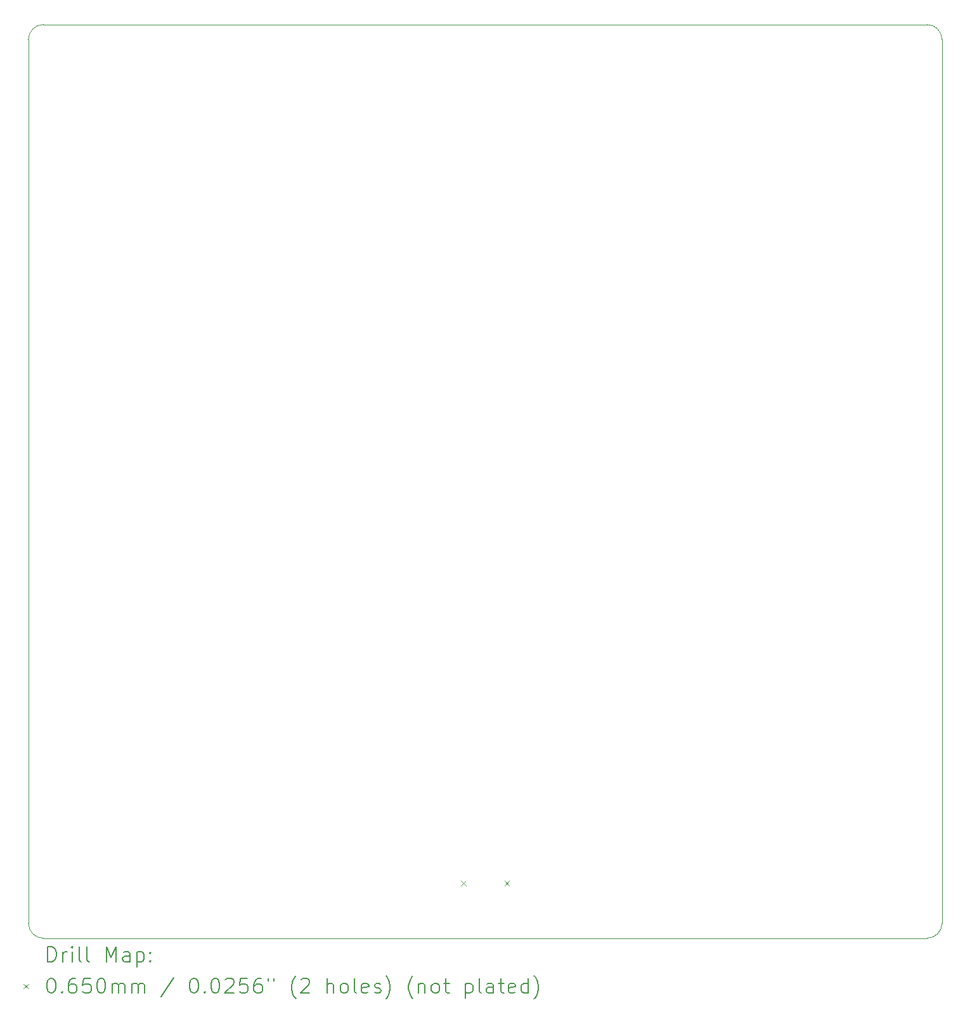
<source format=gbr>
%TF.GenerationSoftware,KiCad,Pcbnew,8.0.7*%
%TF.CreationDate,2025-01-21T13:47:47+01:00*%
%TF.ProjectId,motordriver,6d6f746f-7264-4726-9976-65722e6b6963,rev?*%
%TF.SameCoordinates,Original*%
%TF.FileFunction,Drillmap*%
%TF.FilePolarity,Positive*%
%FSLAX45Y45*%
G04 Gerber Fmt 4.5, Leading zero omitted, Abs format (unit mm)*
G04 Created by KiCad (PCBNEW 8.0.7) date 2025-01-21 13:47:47*
%MOMM*%
%LPD*%
G01*
G04 APERTURE LIST*
%ADD10C,0.050000*%
%ADD11C,0.200000*%
%ADD12C,0.100000*%
G04 APERTURE END LIST*
D10*
X21502750Y-3100000D02*
X21502750Y-14900000D01*
X9502750Y-2900000D02*
X21302750Y-2900000D01*
X21302750Y-2900000D02*
G75*
G02*
X21502750Y-3100000I0J-200000D01*
G01*
X9302750Y-3100000D02*
G75*
G02*
X9502750Y-2900000I200000J0D01*
G01*
X9502750Y-15100000D02*
G75*
G02*
X9302750Y-14900000I0J200000D01*
G01*
X9302750Y-14900000D02*
X9302750Y-3100000D01*
X21302750Y-15100000D02*
X9502750Y-15100000D01*
X21502750Y-14900000D02*
G75*
G02*
X21302750Y-15100000I-200000J0D01*
G01*
D11*
D12*
X15081250Y-14334500D02*
X15146250Y-14399500D01*
X15146250Y-14334500D02*
X15081250Y-14399500D01*
X15659250Y-14334500D02*
X15724250Y-14399500D01*
X15724250Y-14334500D02*
X15659250Y-14399500D01*
D11*
X9561027Y-15413984D02*
X9561027Y-15213984D01*
X9561027Y-15213984D02*
X9608646Y-15213984D01*
X9608646Y-15213984D02*
X9637217Y-15223508D01*
X9637217Y-15223508D02*
X9656265Y-15242555D01*
X9656265Y-15242555D02*
X9665789Y-15261603D01*
X9665789Y-15261603D02*
X9675313Y-15299698D01*
X9675313Y-15299698D02*
X9675313Y-15328269D01*
X9675313Y-15328269D02*
X9665789Y-15366365D01*
X9665789Y-15366365D02*
X9656265Y-15385412D01*
X9656265Y-15385412D02*
X9637217Y-15404460D01*
X9637217Y-15404460D02*
X9608646Y-15413984D01*
X9608646Y-15413984D02*
X9561027Y-15413984D01*
X9761027Y-15413984D02*
X9761027Y-15280650D01*
X9761027Y-15318746D02*
X9770551Y-15299698D01*
X9770551Y-15299698D02*
X9780075Y-15290174D01*
X9780075Y-15290174D02*
X9799122Y-15280650D01*
X9799122Y-15280650D02*
X9818170Y-15280650D01*
X9884836Y-15413984D02*
X9884836Y-15280650D01*
X9884836Y-15213984D02*
X9875313Y-15223508D01*
X9875313Y-15223508D02*
X9884836Y-15233031D01*
X9884836Y-15233031D02*
X9894360Y-15223508D01*
X9894360Y-15223508D02*
X9884836Y-15213984D01*
X9884836Y-15213984D02*
X9884836Y-15233031D01*
X10008646Y-15413984D02*
X9989598Y-15404460D01*
X9989598Y-15404460D02*
X9980075Y-15385412D01*
X9980075Y-15385412D02*
X9980075Y-15213984D01*
X10113408Y-15413984D02*
X10094360Y-15404460D01*
X10094360Y-15404460D02*
X10084836Y-15385412D01*
X10084836Y-15385412D02*
X10084836Y-15213984D01*
X10341979Y-15413984D02*
X10341979Y-15213984D01*
X10341979Y-15213984D02*
X10408646Y-15356841D01*
X10408646Y-15356841D02*
X10475313Y-15213984D01*
X10475313Y-15213984D02*
X10475313Y-15413984D01*
X10656265Y-15413984D02*
X10656265Y-15309222D01*
X10656265Y-15309222D02*
X10646741Y-15290174D01*
X10646741Y-15290174D02*
X10627694Y-15280650D01*
X10627694Y-15280650D02*
X10589598Y-15280650D01*
X10589598Y-15280650D02*
X10570551Y-15290174D01*
X10656265Y-15404460D02*
X10637217Y-15413984D01*
X10637217Y-15413984D02*
X10589598Y-15413984D01*
X10589598Y-15413984D02*
X10570551Y-15404460D01*
X10570551Y-15404460D02*
X10561027Y-15385412D01*
X10561027Y-15385412D02*
X10561027Y-15366365D01*
X10561027Y-15366365D02*
X10570551Y-15347317D01*
X10570551Y-15347317D02*
X10589598Y-15337793D01*
X10589598Y-15337793D02*
X10637217Y-15337793D01*
X10637217Y-15337793D02*
X10656265Y-15328269D01*
X10751503Y-15280650D02*
X10751503Y-15480650D01*
X10751503Y-15290174D02*
X10770551Y-15280650D01*
X10770551Y-15280650D02*
X10808646Y-15280650D01*
X10808646Y-15280650D02*
X10827694Y-15290174D01*
X10827694Y-15290174D02*
X10837217Y-15299698D01*
X10837217Y-15299698D02*
X10846741Y-15318746D01*
X10846741Y-15318746D02*
X10846741Y-15375888D01*
X10846741Y-15375888D02*
X10837217Y-15394936D01*
X10837217Y-15394936D02*
X10827694Y-15404460D01*
X10827694Y-15404460D02*
X10808646Y-15413984D01*
X10808646Y-15413984D02*
X10770551Y-15413984D01*
X10770551Y-15413984D02*
X10751503Y-15404460D01*
X10932456Y-15394936D02*
X10941979Y-15404460D01*
X10941979Y-15404460D02*
X10932456Y-15413984D01*
X10932456Y-15413984D02*
X10922932Y-15404460D01*
X10922932Y-15404460D02*
X10932456Y-15394936D01*
X10932456Y-15394936D02*
X10932456Y-15413984D01*
X10932456Y-15290174D02*
X10941979Y-15299698D01*
X10941979Y-15299698D02*
X10932456Y-15309222D01*
X10932456Y-15309222D02*
X10922932Y-15299698D01*
X10922932Y-15299698D02*
X10932456Y-15290174D01*
X10932456Y-15290174D02*
X10932456Y-15309222D01*
D12*
X9235250Y-15710000D02*
X9300250Y-15775000D01*
X9300250Y-15710000D02*
X9235250Y-15775000D01*
D11*
X9599122Y-15633984D02*
X9618170Y-15633984D01*
X9618170Y-15633984D02*
X9637217Y-15643508D01*
X9637217Y-15643508D02*
X9646741Y-15653031D01*
X9646741Y-15653031D02*
X9656265Y-15672079D01*
X9656265Y-15672079D02*
X9665789Y-15710174D01*
X9665789Y-15710174D02*
X9665789Y-15757793D01*
X9665789Y-15757793D02*
X9656265Y-15795888D01*
X9656265Y-15795888D02*
X9646741Y-15814936D01*
X9646741Y-15814936D02*
X9637217Y-15824460D01*
X9637217Y-15824460D02*
X9618170Y-15833984D01*
X9618170Y-15833984D02*
X9599122Y-15833984D01*
X9599122Y-15833984D02*
X9580075Y-15824460D01*
X9580075Y-15824460D02*
X9570551Y-15814936D01*
X9570551Y-15814936D02*
X9561027Y-15795888D01*
X9561027Y-15795888D02*
X9551503Y-15757793D01*
X9551503Y-15757793D02*
X9551503Y-15710174D01*
X9551503Y-15710174D02*
X9561027Y-15672079D01*
X9561027Y-15672079D02*
X9570551Y-15653031D01*
X9570551Y-15653031D02*
X9580075Y-15643508D01*
X9580075Y-15643508D02*
X9599122Y-15633984D01*
X9751503Y-15814936D02*
X9761027Y-15824460D01*
X9761027Y-15824460D02*
X9751503Y-15833984D01*
X9751503Y-15833984D02*
X9741979Y-15824460D01*
X9741979Y-15824460D02*
X9751503Y-15814936D01*
X9751503Y-15814936D02*
X9751503Y-15833984D01*
X9932456Y-15633984D02*
X9894360Y-15633984D01*
X9894360Y-15633984D02*
X9875313Y-15643508D01*
X9875313Y-15643508D02*
X9865789Y-15653031D01*
X9865789Y-15653031D02*
X9846741Y-15681603D01*
X9846741Y-15681603D02*
X9837217Y-15719698D01*
X9837217Y-15719698D02*
X9837217Y-15795888D01*
X9837217Y-15795888D02*
X9846741Y-15814936D01*
X9846741Y-15814936D02*
X9856265Y-15824460D01*
X9856265Y-15824460D02*
X9875313Y-15833984D01*
X9875313Y-15833984D02*
X9913408Y-15833984D01*
X9913408Y-15833984D02*
X9932456Y-15824460D01*
X9932456Y-15824460D02*
X9941979Y-15814936D01*
X9941979Y-15814936D02*
X9951503Y-15795888D01*
X9951503Y-15795888D02*
X9951503Y-15748269D01*
X9951503Y-15748269D02*
X9941979Y-15729222D01*
X9941979Y-15729222D02*
X9932456Y-15719698D01*
X9932456Y-15719698D02*
X9913408Y-15710174D01*
X9913408Y-15710174D02*
X9875313Y-15710174D01*
X9875313Y-15710174D02*
X9856265Y-15719698D01*
X9856265Y-15719698D02*
X9846741Y-15729222D01*
X9846741Y-15729222D02*
X9837217Y-15748269D01*
X10132456Y-15633984D02*
X10037217Y-15633984D01*
X10037217Y-15633984D02*
X10027694Y-15729222D01*
X10027694Y-15729222D02*
X10037217Y-15719698D01*
X10037217Y-15719698D02*
X10056265Y-15710174D01*
X10056265Y-15710174D02*
X10103884Y-15710174D01*
X10103884Y-15710174D02*
X10122932Y-15719698D01*
X10122932Y-15719698D02*
X10132456Y-15729222D01*
X10132456Y-15729222D02*
X10141979Y-15748269D01*
X10141979Y-15748269D02*
X10141979Y-15795888D01*
X10141979Y-15795888D02*
X10132456Y-15814936D01*
X10132456Y-15814936D02*
X10122932Y-15824460D01*
X10122932Y-15824460D02*
X10103884Y-15833984D01*
X10103884Y-15833984D02*
X10056265Y-15833984D01*
X10056265Y-15833984D02*
X10037217Y-15824460D01*
X10037217Y-15824460D02*
X10027694Y-15814936D01*
X10265789Y-15633984D02*
X10284837Y-15633984D01*
X10284837Y-15633984D02*
X10303884Y-15643508D01*
X10303884Y-15643508D02*
X10313408Y-15653031D01*
X10313408Y-15653031D02*
X10322932Y-15672079D01*
X10322932Y-15672079D02*
X10332456Y-15710174D01*
X10332456Y-15710174D02*
X10332456Y-15757793D01*
X10332456Y-15757793D02*
X10322932Y-15795888D01*
X10322932Y-15795888D02*
X10313408Y-15814936D01*
X10313408Y-15814936D02*
X10303884Y-15824460D01*
X10303884Y-15824460D02*
X10284837Y-15833984D01*
X10284837Y-15833984D02*
X10265789Y-15833984D01*
X10265789Y-15833984D02*
X10246741Y-15824460D01*
X10246741Y-15824460D02*
X10237217Y-15814936D01*
X10237217Y-15814936D02*
X10227694Y-15795888D01*
X10227694Y-15795888D02*
X10218170Y-15757793D01*
X10218170Y-15757793D02*
X10218170Y-15710174D01*
X10218170Y-15710174D02*
X10227694Y-15672079D01*
X10227694Y-15672079D02*
X10237217Y-15653031D01*
X10237217Y-15653031D02*
X10246741Y-15643508D01*
X10246741Y-15643508D02*
X10265789Y-15633984D01*
X10418170Y-15833984D02*
X10418170Y-15700650D01*
X10418170Y-15719698D02*
X10427694Y-15710174D01*
X10427694Y-15710174D02*
X10446741Y-15700650D01*
X10446741Y-15700650D02*
X10475313Y-15700650D01*
X10475313Y-15700650D02*
X10494360Y-15710174D01*
X10494360Y-15710174D02*
X10503884Y-15729222D01*
X10503884Y-15729222D02*
X10503884Y-15833984D01*
X10503884Y-15729222D02*
X10513408Y-15710174D01*
X10513408Y-15710174D02*
X10532456Y-15700650D01*
X10532456Y-15700650D02*
X10561027Y-15700650D01*
X10561027Y-15700650D02*
X10580075Y-15710174D01*
X10580075Y-15710174D02*
X10589598Y-15729222D01*
X10589598Y-15729222D02*
X10589598Y-15833984D01*
X10684837Y-15833984D02*
X10684837Y-15700650D01*
X10684837Y-15719698D02*
X10694360Y-15710174D01*
X10694360Y-15710174D02*
X10713408Y-15700650D01*
X10713408Y-15700650D02*
X10741979Y-15700650D01*
X10741979Y-15700650D02*
X10761027Y-15710174D01*
X10761027Y-15710174D02*
X10770551Y-15729222D01*
X10770551Y-15729222D02*
X10770551Y-15833984D01*
X10770551Y-15729222D02*
X10780075Y-15710174D01*
X10780075Y-15710174D02*
X10799122Y-15700650D01*
X10799122Y-15700650D02*
X10827694Y-15700650D01*
X10827694Y-15700650D02*
X10846741Y-15710174D01*
X10846741Y-15710174D02*
X10856265Y-15729222D01*
X10856265Y-15729222D02*
X10856265Y-15833984D01*
X11246741Y-15624460D02*
X11075313Y-15881603D01*
X11503884Y-15633984D02*
X11522932Y-15633984D01*
X11522932Y-15633984D02*
X11541979Y-15643508D01*
X11541979Y-15643508D02*
X11551503Y-15653031D01*
X11551503Y-15653031D02*
X11561027Y-15672079D01*
X11561027Y-15672079D02*
X11570551Y-15710174D01*
X11570551Y-15710174D02*
X11570551Y-15757793D01*
X11570551Y-15757793D02*
X11561027Y-15795888D01*
X11561027Y-15795888D02*
X11551503Y-15814936D01*
X11551503Y-15814936D02*
X11541979Y-15824460D01*
X11541979Y-15824460D02*
X11522932Y-15833984D01*
X11522932Y-15833984D02*
X11503884Y-15833984D01*
X11503884Y-15833984D02*
X11484837Y-15824460D01*
X11484837Y-15824460D02*
X11475313Y-15814936D01*
X11475313Y-15814936D02*
X11465789Y-15795888D01*
X11465789Y-15795888D02*
X11456265Y-15757793D01*
X11456265Y-15757793D02*
X11456265Y-15710174D01*
X11456265Y-15710174D02*
X11465789Y-15672079D01*
X11465789Y-15672079D02*
X11475313Y-15653031D01*
X11475313Y-15653031D02*
X11484837Y-15643508D01*
X11484837Y-15643508D02*
X11503884Y-15633984D01*
X11656265Y-15814936D02*
X11665789Y-15824460D01*
X11665789Y-15824460D02*
X11656265Y-15833984D01*
X11656265Y-15833984D02*
X11646741Y-15824460D01*
X11646741Y-15824460D02*
X11656265Y-15814936D01*
X11656265Y-15814936D02*
X11656265Y-15833984D01*
X11789598Y-15633984D02*
X11808646Y-15633984D01*
X11808646Y-15633984D02*
X11827694Y-15643508D01*
X11827694Y-15643508D02*
X11837218Y-15653031D01*
X11837218Y-15653031D02*
X11846741Y-15672079D01*
X11846741Y-15672079D02*
X11856265Y-15710174D01*
X11856265Y-15710174D02*
X11856265Y-15757793D01*
X11856265Y-15757793D02*
X11846741Y-15795888D01*
X11846741Y-15795888D02*
X11837218Y-15814936D01*
X11837218Y-15814936D02*
X11827694Y-15824460D01*
X11827694Y-15824460D02*
X11808646Y-15833984D01*
X11808646Y-15833984D02*
X11789598Y-15833984D01*
X11789598Y-15833984D02*
X11770551Y-15824460D01*
X11770551Y-15824460D02*
X11761027Y-15814936D01*
X11761027Y-15814936D02*
X11751503Y-15795888D01*
X11751503Y-15795888D02*
X11741979Y-15757793D01*
X11741979Y-15757793D02*
X11741979Y-15710174D01*
X11741979Y-15710174D02*
X11751503Y-15672079D01*
X11751503Y-15672079D02*
X11761027Y-15653031D01*
X11761027Y-15653031D02*
X11770551Y-15643508D01*
X11770551Y-15643508D02*
X11789598Y-15633984D01*
X11932456Y-15653031D02*
X11941979Y-15643508D01*
X11941979Y-15643508D02*
X11961027Y-15633984D01*
X11961027Y-15633984D02*
X12008646Y-15633984D01*
X12008646Y-15633984D02*
X12027694Y-15643508D01*
X12027694Y-15643508D02*
X12037218Y-15653031D01*
X12037218Y-15653031D02*
X12046741Y-15672079D01*
X12046741Y-15672079D02*
X12046741Y-15691127D01*
X12046741Y-15691127D02*
X12037218Y-15719698D01*
X12037218Y-15719698D02*
X11922932Y-15833984D01*
X11922932Y-15833984D02*
X12046741Y-15833984D01*
X12227694Y-15633984D02*
X12132456Y-15633984D01*
X12132456Y-15633984D02*
X12122932Y-15729222D01*
X12122932Y-15729222D02*
X12132456Y-15719698D01*
X12132456Y-15719698D02*
X12151503Y-15710174D01*
X12151503Y-15710174D02*
X12199122Y-15710174D01*
X12199122Y-15710174D02*
X12218170Y-15719698D01*
X12218170Y-15719698D02*
X12227694Y-15729222D01*
X12227694Y-15729222D02*
X12237218Y-15748269D01*
X12237218Y-15748269D02*
X12237218Y-15795888D01*
X12237218Y-15795888D02*
X12227694Y-15814936D01*
X12227694Y-15814936D02*
X12218170Y-15824460D01*
X12218170Y-15824460D02*
X12199122Y-15833984D01*
X12199122Y-15833984D02*
X12151503Y-15833984D01*
X12151503Y-15833984D02*
X12132456Y-15824460D01*
X12132456Y-15824460D02*
X12122932Y-15814936D01*
X12408646Y-15633984D02*
X12370551Y-15633984D01*
X12370551Y-15633984D02*
X12351503Y-15643508D01*
X12351503Y-15643508D02*
X12341979Y-15653031D01*
X12341979Y-15653031D02*
X12322932Y-15681603D01*
X12322932Y-15681603D02*
X12313408Y-15719698D01*
X12313408Y-15719698D02*
X12313408Y-15795888D01*
X12313408Y-15795888D02*
X12322932Y-15814936D01*
X12322932Y-15814936D02*
X12332456Y-15824460D01*
X12332456Y-15824460D02*
X12351503Y-15833984D01*
X12351503Y-15833984D02*
X12389599Y-15833984D01*
X12389599Y-15833984D02*
X12408646Y-15824460D01*
X12408646Y-15824460D02*
X12418170Y-15814936D01*
X12418170Y-15814936D02*
X12427694Y-15795888D01*
X12427694Y-15795888D02*
X12427694Y-15748269D01*
X12427694Y-15748269D02*
X12418170Y-15729222D01*
X12418170Y-15729222D02*
X12408646Y-15719698D01*
X12408646Y-15719698D02*
X12389599Y-15710174D01*
X12389599Y-15710174D02*
X12351503Y-15710174D01*
X12351503Y-15710174D02*
X12332456Y-15719698D01*
X12332456Y-15719698D02*
X12322932Y-15729222D01*
X12322932Y-15729222D02*
X12313408Y-15748269D01*
X12503884Y-15633984D02*
X12503884Y-15672079D01*
X12580075Y-15633984D02*
X12580075Y-15672079D01*
X12875313Y-15910174D02*
X12865789Y-15900650D01*
X12865789Y-15900650D02*
X12846741Y-15872079D01*
X12846741Y-15872079D02*
X12837218Y-15853031D01*
X12837218Y-15853031D02*
X12827694Y-15824460D01*
X12827694Y-15824460D02*
X12818170Y-15776841D01*
X12818170Y-15776841D02*
X12818170Y-15738746D01*
X12818170Y-15738746D02*
X12827694Y-15691127D01*
X12827694Y-15691127D02*
X12837218Y-15662555D01*
X12837218Y-15662555D02*
X12846741Y-15643508D01*
X12846741Y-15643508D02*
X12865789Y-15614936D01*
X12865789Y-15614936D02*
X12875313Y-15605412D01*
X12941980Y-15653031D02*
X12951503Y-15643508D01*
X12951503Y-15643508D02*
X12970551Y-15633984D01*
X12970551Y-15633984D02*
X13018170Y-15633984D01*
X13018170Y-15633984D02*
X13037218Y-15643508D01*
X13037218Y-15643508D02*
X13046741Y-15653031D01*
X13046741Y-15653031D02*
X13056265Y-15672079D01*
X13056265Y-15672079D02*
X13056265Y-15691127D01*
X13056265Y-15691127D02*
X13046741Y-15719698D01*
X13046741Y-15719698D02*
X12932456Y-15833984D01*
X12932456Y-15833984D02*
X13056265Y-15833984D01*
X13294361Y-15833984D02*
X13294361Y-15633984D01*
X13380075Y-15833984D02*
X13380075Y-15729222D01*
X13380075Y-15729222D02*
X13370551Y-15710174D01*
X13370551Y-15710174D02*
X13351503Y-15700650D01*
X13351503Y-15700650D02*
X13322932Y-15700650D01*
X13322932Y-15700650D02*
X13303884Y-15710174D01*
X13303884Y-15710174D02*
X13294361Y-15719698D01*
X13503884Y-15833984D02*
X13484837Y-15824460D01*
X13484837Y-15824460D02*
X13475313Y-15814936D01*
X13475313Y-15814936D02*
X13465789Y-15795888D01*
X13465789Y-15795888D02*
X13465789Y-15738746D01*
X13465789Y-15738746D02*
X13475313Y-15719698D01*
X13475313Y-15719698D02*
X13484837Y-15710174D01*
X13484837Y-15710174D02*
X13503884Y-15700650D01*
X13503884Y-15700650D02*
X13532456Y-15700650D01*
X13532456Y-15700650D02*
X13551503Y-15710174D01*
X13551503Y-15710174D02*
X13561027Y-15719698D01*
X13561027Y-15719698D02*
X13570551Y-15738746D01*
X13570551Y-15738746D02*
X13570551Y-15795888D01*
X13570551Y-15795888D02*
X13561027Y-15814936D01*
X13561027Y-15814936D02*
X13551503Y-15824460D01*
X13551503Y-15824460D02*
X13532456Y-15833984D01*
X13532456Y-15833984D02*
X13503884Y-15833984D01*
X13684837Y-15833984D02*
X13665789Y-15824460D01*
X13665789Y-15824460D02*
X13656265Y-15805412D01*
X13656265Y-15805412D02*
X13656265Y-15633984D01*
X13837218Y-15824460D02*
X13818170Y-15833984D01*
X13818170Y-15833984D02*
X13780075Y-15833984D01*
X13780075Y-15833984D02*
X13761027Y-15824460D01*
X13761027Y-15824460D02*
X13751503Y-15805412D01*
X13751503Y-15805412D02*
X13751503Y-15729222D01*
X13751503Y-15729222D02*
X13761027Y-15710174D01*
X13761027Y-15710174D02*
X13780075Y-15700650D01*
X13780075Y-15700650D02*
X13818170Y-15700650D01*
X13818170Y-15700650D02*
X13837218Y-15710174D01*
X13837218Y-15710174D02*
X13846742Y-15729222D01*
X13846742Y-15729222D02*
X13846742Y-15748269D01*
X13846742Y-15748269D02*
X13751503Y-15767317D01*
X13922932Y-15824460D02*
X13941980Y-15833984D01*
X13941980Y-15833984D02*
X13980075Y-15833984D01*
X13980075Y-15833984D02*
X13999123Y-15824460D01*
X13999123Y-15824460D02*
X14008646Y-15805412D01*
X14008646Y-15805412D02*
X14008646Y-15795888D01*
X14008646Y-15795888D02*
X13999123Y-15776841D01*
X13999123Y-15776841D02*
X13980075Y-15767317D01*
X13980075Y-15767317D02*
X13951503Y-15767317D01*
X13951503Y-15767317D02*
X13932456Y-15757793D01*
X13932456Y-15757793D02*
X13922932Y-15738746D01*
X13922932Y-15738746D02*
X13922932Y-15729222D01*
X13922932Y-15729222D02*
X13932456Y-15710174D01*
X13932456Y-15710174D02*
X13951503Y-15700650D01*
X13951503Y-15700650D02*
X13980075Y-15700650D01*
X13980075Y-15700650D02*
X13999123Y-15710174D01*
X14075313Y-15910174D02*
X14084837Y-15900650D01*
X14084837Y-15900650D02*
X14103884Y-15872079D01*
X14103884Y-15872079D02*
X14113408Y-15853031D01*
X14113408Y-15853031D02*
X14122932Y-15824460D01*
X14122932Y-15824460D02*
X14132456Y-15776841D01*
X14132456Y-15776841D02*
X14132456Y-15738746D01*
X14132456Y-15738746D02*
X14122932Y-15691127D01*
X14122932Y-15691127D02*
X14113408Y-15662555D01*
X14113408Y-15662555D02*
X14103884Y-15643508D01*
X14103884Y-15643508D02*
X14084837Y-15614936D01*
X14084837Y-15614936D02*
X14075313Y-15605412D01*
X14437218Y-15910174D02*
X14427694Y-15900650D01*
X14427694Y-15900650D02*
X14408646Y-15872079D01*
X14408646Y-15872079D02*
X14399123Y-15853031D01*
X14399123Y-15853031D02*
X14389599Y-15824460D01*
X14389599Y-15824460D02*
X14380075Y-15776841D01*
X14380075Y-15776841D02*
X14380075Y-15738746D01*
X14380075Y-15738746D02*
X14389599Y-15691127D01*
X14389599Y-15691127D02*
X14399123Y-15662555D01*
X14399123Y-15662555D02*
X14408646Y-15643508D01*
X14408646Y-15643508D02*
X14427694Y-15614936D01*
X14427694Y-15614936D02*
X14437218Y-15605412D01*
X14513408Y-15700650D02*
X14513408Y-15833984D01*
X14513408Y-15719698D02*
X14522932Y-15710174D01*
X14522932Y-15710174D02*
X14541980Y-15700650D01*
X14541980Y-15700650D02*
X14570551Y-15700650D01*
X14570551Y-15700650D02*
X14589599Y-15710174D01*
X14589599Y-15710174D02*
X14599123Y-15729222D01*
X14599123Y-15729222D02*
X14599123Y-15833984D01*
X14722932Y-15833984D02*
X14703884Y-15824460D01*
X14703884Y-15824460D02*
X14694361Y-15814936D01*
X14694361Y-15814936D02*
X14684837Y-15795888D01*
X14684837Y-15795888D02*
X14684837Y-15738746D01*
X14684837Y-15738746D02*
X14694361Y-15719698D01*
X14694361Y-15719698D02*
X14703884Y-15710174D01*
X14703884Y-15710174D02*
X14722932Y-15700650D01*
X14722932Y-15700650D02*
X14751504Y-15700650D01*
X14751504Y-15700650D02*
X14770551Y-15710174D01*
X14770551Y-15710174D02*
X14780075Y-15719698D01*
X14780075Y-15719698D02*
X14789599Y-15738746D01*
X14789599Y-15738746D02*
X14789599Y-15795888D01*
X14789599Y-15795888D02*
X14780075Y-15814936D01*
X14780075Y-15814936D02*
X14770551Y-15824460D01*
X14770551Y-15824460D02*
X14751504Y-15833984D01*
X14751504Y-15833984D02*
X14722932Y-15833984D01*
X14846742Y-15700650D02*
X14922932Y-15700650D01*
X14875313Y-15633984D02*
X14875313Y-15805412D01*
X14875313Y-15805412D02*
X14884837Y-15824460D01*
X14884837Y-15824460D02*
X14903884Y-15833984D01*
X14903884Y-15833984D02*
X14922932Y-15833984D01*
X15141980Y-15700650D02*
X15141980Y-15900650D01*
X15141980Y-15710174D02*
X15161027Y-15700650D01*
X15161027Y-15700650D02*
X15199123Y-15700650D01*
X15199123Y-15700650D02*
X15218170Y-15710174D01*
X15218170Y-15710174D02*
X15227694Y-15719698D01*
X15227694Y-15719698D02*
X15237218Y-15738746D01*
X15237218Y-15738746D02*
X15237218Y-15795888D01*
X15237218Y-15795888D02*
X15227694Y-15814936D01*
X15227694Y-15814936D02*
X15218170Y-15824460D01*
X15218170Y-15824460D02*
X15199123Y-15833984D01*
X15199123Y-15833984D02*
X15161027Y-15833984D01*
X15161027Y-15833984D02*
X15141980Y-15824460D01*
X15351504Y-15833984D02*
X15332456Y-15824460D01*
X15332456Y-15824460D02*
X15322932Y-15805412D01*
X15322932Y-15805412D02*
X15322932Y-15633984D01*
X15513408Y-15833984D02*
X15513408Y-15729222D01*
X15513408Y-15729222D02*
X15503885Y-15710174D01*
X15503885Y-15710174D02*
X15484837Y-15700650D01*
X15484837Y-15700650D02*
X15446742Y-15700650D01*
X15446742Y-15700650D02*
X15427694Y-15710174D01*
X15513408Y-15824460D02*
X15494361Y-15833984D01*
X15494361Y-15833984D02*
X15446742Y-15833984D01*
X15446742Y-15833984D02*
X15427694Y-15824460D01*
X15427694Y-15824460D02*
X15418170Y-15805412D01*
X15418170Y-15805412D02*
X15418170Y-15786365D01*
X15418170Y-15786365D02*
X15427694Y-15767317D01*
X15427694Y-15767317D02*
X15446742Y-15757793D01*
X15446742Y-15757793D02*
X15494361Y-15757793D01*
X15494361Y-15757793D02*
X15513408Y-15748269D01*
X15580075Y-15700650D02*
X15656265Y-15700650D01*
X15608646Y-15633984D02*
X15608646Y-15805412D01*
X15608646Y-15805412D02*
X15618170Y-15824460D01*
X15618170Y-15824460D02*
X15637218Y-15833984D01*
X15637218Y-15833984D02*
X15656265Y-15833984D01*
X15799123Y-15824460D02*
X15780075Y-15833984D01*
X15780075Y-15833984D02*
X15741980Y-15833984D01*
X15741980Y-15833984D02*
X15722932Y-15824460D01*
X15722932Y-15824460D02*
X15713408Y-15805412D01*
X15713408Y-15805412D02*
X15713408Y-15729222D01*
X15713408Y-15729222D02*
X15722932Y-15710174D01*
X15722932Y-15710174D02*
X15741980Y-15700650D01*
X15741980Y-15700650D02*
X15780075Y-15700650D01*
X15780075Y-15700650D02*
X15799123Y-15710174D01*
X15799123Y-15710174D02*
X15808646Y-15729222D01*
X15808646Y-15729222D02*
X15808646Y-15748269D01*
X15808646Y-15748269D02*
X15713408Y-15767317D01*
X15980075Y-15833984D02*
X15980075Y-15633984D01*
X15980075Y-15824460D02*
X15961027Y-15833984D01*
X15961027Y-15833984D02*
X15922932Y-15833984D01*
X15922932Y-15833984D02*
X15903885Y-15824460D01*
X15903885Y-15824460D02*
X15894361Y-15814936D01*
X15894361Y-15814936D02*
X15884837Y-15795888D01*
X15884837Y-15795888D02*
X15884837Y-15738746D01*
X15884837Y-15738746D02*
X15894361Y-15719698D01*
X15894361Y-15719698D02*
X15903885Y-15710174D01*
X15903885Y-15710174D02*
X15922932Y-15700650D01*
X15922932Y-15700650D02*
X15961027Y-15700650D01*
X15961027Y-15700650D02*
X15980075Y-15710174D01*
X16056266Y-15910174D02*
X16065789Y-15900650D01*
X16065789Y-15900650D02*
X16084837Y-15872079D01*
X16084837Y-15872079D02*
X16094361Y-15853031D01*
X16094361Y-15853031D02*
X16103885Y-15824460D01*
X16103885Y-15824460D02*
X16113408Y-15776841D01*
X16113408Y-15776841D02*
X16113408Y-15738746D01*
X16113408Y-15738746D02*
X16103885Y-15691127D01*
X16103885Y-15691127D02*
X16094361Y-15662555D01*
X16094361Y-15662555D02*
X16084837Y-15643508D01*
X16084837Y-15643508D02*
X16065789Y-15614936D01*
X16065789Y-15614936D02*
X16056266Y-15605412D01*
M02*

</source>
